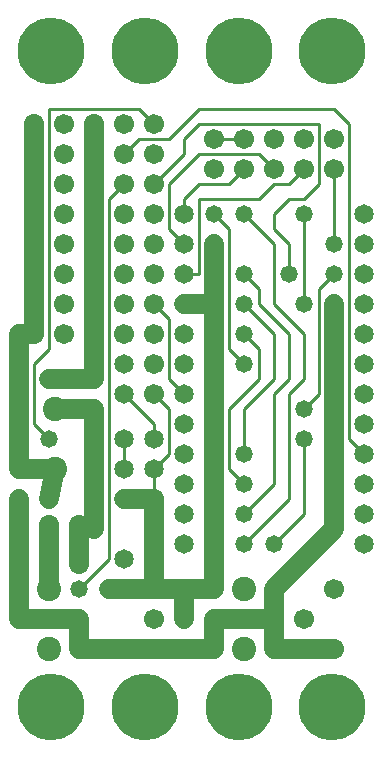
<source format=gbl>
%MOIN*%
%FSLAX25Y25*%
G04 D10 used for Character Trace; *
G04     Circle (OD=.01000) (No hole)*
G04 D11 used for Power Trace; *
G04     Circle (OD=.06700) (No hole)*
G04 D12 used for Signal Trace; *
G04     Circle (OD=.01100) (No hole)*
G04 D13 used for Via; *
G04     Circle (OD=.05800) (Round. Hole ID=.02800)*
G04 D14 used for Component hole; *
G04     Circle (OD=.06500) (Round. Hole ID=.03500)*
G04 D15 used for Component hole; *
G04     Circle (OD=.06700) (Round. Hole ID=.04300)*
G04 D16 used for Component hole; *
G04     Circle (OD=.08100) (Round. Hole ID=.05100)*
G04 D17 used for Component hole; *
G04     Circle (OD=.08900) (Round. Hole ID=.05900)*
G04 D18 used for Component hole; *
G04     Circle (OD=.11300) (Round. Hole ID=.08300)*
G04 D19 used for Component hole; *
G04     Circle (OD=.16000) (Round. Hole ID=.13000)*
G04 D20 used for Component hole; *
G04     Circle (OD=.18300) (Round. Hole ID=.15300)*
G04 D21 used for Component hole; *
G04     Circle (OD=.22291) (Round. Hole ID=.19291)*
%ADD10C,.01000*%
%ADD11C,.06700*%
%ADD12C,.01100*%
%ADD13C,.05800*%
%ADD14C,.06500*%
%ADD15C,.06700*%
%ADD16C,.08100*%
%ADD17C,.08900*%
%ADD18C,.11300*%
%ADD19C,.16000*%
%ADD20C,.18300*%
%ADD21C,.22291*%
%IPPOS*%
%LPD*%
G90*X0Y0D02*D21*X15625Y15625D03*D14*              
X35000Y35000D03*D11*X25000D01*Y45000D01*X5000D01* 
Y85000D01*D13*D03*D15*X15000Y76500D03*D11*        
Y63500D01*D15*D03*D11*Y55000D01*D16*D03*D15*      
X25000Y63500D03*D11*Y76500D01*D15*D03*D11*        
X30000Y75000D01*Y115000D01*X17000D01*D16*D03*D12* 
X15000Y105000D02*X10000Y110000D01*D13*            
X15000Y105000D03*D12*X10000Y110000D02*Y130000D01* 
X15000Y135000D01*Y215000D01*X45000D01*            
X50000Y210000D01*D15*D03*D12*X45000Y205000D02*    
X55000D01*X40000Y200000D02*X45000Y205000D01*D15*  
X40000Y200000D03*X50000Y190000D03*D12*            
X60000Y200000D01*Y205000D01*X65000Y210000D01*     
X105000D01*Y190000D01*X100000Y185000D01*X95000D01*
X90000Y180000D01*Y175000D01*X95000Y170000D01*     
Y160000D01*D13*D03*D12*Y140000D02*                
X85000Y150000D01*X95000Y125000D02*Y140000D01*     
X90000Y120000D02*X95000Y125000D01*X90000Y90000D02*
Y120000D01*X80000Y80000D02*X90000Y90000D01*D13*   
X80000Y80000D03*X90000Y70000D03*D12*              
X100000Y80000D01*Y105000D01*D13*D03*              
X110000Y95000D03*D11*Y75000D01*X90000Y55000D01*   
Y45000D01*Y35000D01*X110000D01*D15*D03*           
X100000Y45000D03*D11*X70000D02*X90000D01*         
X70000Y35000D02*Y45000D01*X35000Y35000D02*        
X70000D01*D15*X50000Y45000D03*D11*X35000Y55000D02*
X50000D01*D14*X35000D03*X40000Y65000D03*D12*      
X25000Y55000D02*X35000Y65000D01*D13*              
X25000Y55000D03*D12*X35000Y65000D02*Y185000D01*   
X40000Y190000D01*D15*D03*X50000Y180000D03*        
Y200000D03*X30000D03*D11*Y190000D01*D15*D03*D11*  
Y180000D01*D15*D03*D11*Y170000D01*D15*D03*D11*    
Y160000D01*D15*D03*D11*Y150000D01*D15*D03*D11*    
Y140000D01*D15*D03*D11*Y125000D01*X15000D01*D13*  
D03*D15*X20000Y140000D03*X10000D03*D11*X5000D01*  
Y95000D01*X17000D01*D16*D03*D11*X15000Y85000D01*  
D13*D03*D14*X40000D03*D11*X50000D01*D15*D03*D11*  
Y55000D01*X60000D01*Y45000D01*D13*D03*D11*        
Y55000D02*X70000D01*Y150000D01*X60000D01*D14*D03* 
D12*X55000Y125000D02*Y145000D01*X60000Y120000D02* 
X55000Y125000D01*D14*X60000Y120000D03*D12*        
X55000Y100000D02*Y115000D01*X50000Y95000D02*      
X55000Y100000D01*D14*X50000Y95000D03*D12*         
Y85000D01*D14*X40000Y95000D03*D12*Y105000D01*D14* 
D03*X50000D03*D12*Y110000D01*X40000Y120000D01*D14*
D03*D15*X50000Y130000D03*Y120000D03*D12*          
X55000Y115000D01*D14*X60000Y110000D03*            
X40000Y130000D03*X60000D03*Y100000D03*D12*        
X80000Y90000D02*X75000Y95000D01*D13*              
X80000Y90000D03*D12*X75000Y95000D02*Y115000D01*   
X85000Y125000D01*Y135000D01*X80000Y140000D01*D13* 
D03*D12*Y130000D02*X75000Y135000D01*D13*          
X80000Y130000D03*D12*X75000Y135000D02*Y175000D01* 
X70000Y180000D01*D13*D03*D12*X65000Y160000D02*    
Y185000D01*X60000Y160000D02*X65000D01*D14*        
X60000D03*D11*X70000Y150000D02*Y170000D01*D13*D03*
X80000Y160000D03*D12*X85000Y155000D01*Y150000D01* 
X100000Y140000D02*X90000Y150000D01*               
X100000Y125000D02*Y140000D01*X95000Y120000D02*    
X100000Y125000D01*X95000Y85000D02*Y120000D01*     
X80000Y70000D02*X95000Y85000D01*D13*              
X80000Y70000D03*D16*Y55000D03*D14*X60000Y90000D03*
Y80000D03*Y70000D03*D15*X110000Y55000D03*D13*     
X80000Y100000D03*D12*Y115000D01*X90000Y125000D01* 
Y140000D01*X80000Y150000D01*D13*D03*D12*X90000D02*
Y170000D01*X80000Y180000D01*D13*D03*D12*          
X65000Y185000D02*X85000D01*D14*X60000Y180000D03*  
D12*Y185000D01*X65000Y190000D01*X75000D01*        
X80000Y195000D01*D15*D03*D12*X90000D02*           
X85000Y200000D01*D15*X90000Y195000D03*D12*        
Y190000D02*X95000D01*X85000Y185000D02*            
X90000Y190000D01*X95000D02*X100000Y195000D01*D15* 
D03*X110000Y205000D03*X90000D03*X110000Y195000D03*
D12*Y170000D01*D13*D03*D14*X120000Y160000D03*     
Y180000D03*D13*X100000D03*D12*Y150000D01*D13*D03* 
D12*X105000Y120000D02*Y155000D01*                 
X100000Y115000D02*X105000Y120000D01*D13*          
X100000Y115000D03*D12*X120000Y100000D02*          
X115000Y105000D01*D14*X120000Y100000D03*D12*      
X115000Y105000D02*Y210000D01*X110000Y215000D01*   
X65000D01*X55000Y205000D01*Y190000D02*            
X65000Y200000D01*X55000Y175000D02*Y190000D01*     
X60000Y170000D02*X55000Y175000D01*D14*            
X60000Y170000D03*D15*X50000Y160000D03*Y170000D03* 
X40000Y150000D03*Y180000D03*X50000Y150000D03*D12* 
X55000Y145000D01*D14*X60000Y140000D03*D15*        
X50000D03*X40000Y160000D03*Y140000D03*Y170000D03* 
X20000Y180000D03*Y170000D03*Y160000D03*Y150000D03*
X10000Y190000D03*D11*Y180000D01*D15*D03*D11*      
Y170000D01*D15*D03*D11*Y160000D01*D15*D03*D11*    
Y150000D01*D15*D03*D11*Y140000D01*D15*            
X20000Y190000D03*D11*X10000D02*Y200000D01*D15*D03*
D11*Y210000D01*D15*D03*X20000Y200000D03*          
Y210000D03*D11*X30000Y200000D02*Y210000D01*D15*   
D03*X40000D03*D21*X46875Y234375D03*X15625D03*D12* 
X65000Y200000D02*X85000D01*D15*X80000Y205000D03*  
D12*X70000D01*D15*D03*Y195000D03*D21*             
X78125Y234375D03*D15*X100000Y205000D03*D21*       
X109375Y234375D03*D13*X110000Y160000D03*D12*      
X105000Y155000D01*D13*X110000Y150000D03*D11*      
Y95000D01*D14*X120000Y90000D03*Y110000D03*        
Y80000D03*Y120000D03*Y70000D03*Y130000D03*        
Y140000D03*Y150000D03*D16*X80000Y35000D03*D14*    
X120000Y170000D03*D21*X46875Y15625D03*X78125D03*  
X109375D03*D16*X15000Y35000D03*M02*               

</source>
